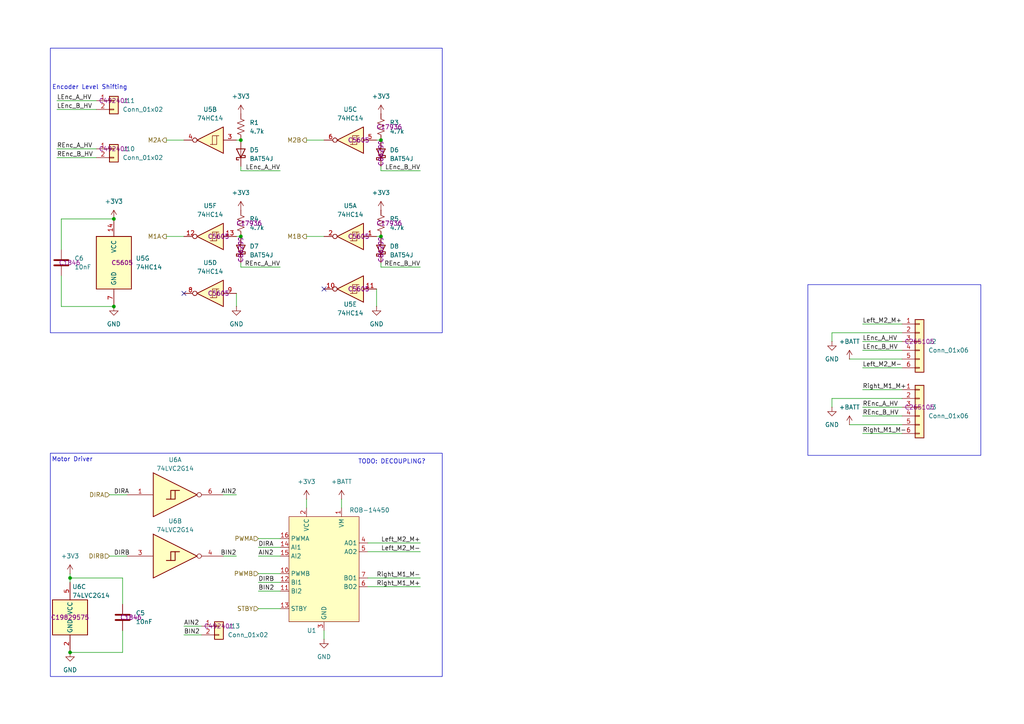
<source format=kicad_sch>
(kicad_sch (version 20250114) (generator "eeschema") (generator_version "9.0")
  (paper "A4")
  (lib_symbols
    (symbol "74xGxx:74LVC2G14"
      (property "Reference" "U" (at 0 7.62 0))
      (property "Value" "74LVC2G14" (at 2.54 -7.62 0))
      (symbol "74LVC2G14_1_1"
        (polyline (pts (xy -7.62 6.35) (xy -7.62 -6.35) (xy 5.08 0) (xy -7.62 6.35)) (stroke (width 0.254)) (fill (type background)))
        (polyline (pts (xy -3.81 -1.27) (xy -2.54 -1.27) (xy -2.54 1.27) (xy 0 1.27)) (stroke (width 0.254)) (fill (type background)))
        (polyline (pts (xy -2.54 -1.27) (xy -1.27 -1.27) (xy -1.27 1.27)) (stroke (width 0.254)) (fill (type background)))
        (pin input line (at -15.24 0 0) (length 7.62) (name "~") (number "1"))
        (pin output inverted (at 12.7 0 180) (length 7.62) (name "~") (number "6"))
      )
      (symbol "74LVC2G14_2_1"
        (polyline (pts (xy -7.62 6.35) (xy -7.62 -6.35) (xy 5.08 0) (xy -7.62 6.35)) (stroke (width 0.254)) (fill (type background)))
        (polyline (pts (xy -3.81 -1.27) (xy -2.54 -1.27) (xy -2.54 1.27) (xy 0 1.27)) (stroke (width 0.254)) (fill (type background)))
        (polyline (pts (xy -2.54 -1.27) (xy -1.27 -1.27) (xy -1.27 1.27)) (stroke (width 0.254)) (fill (type background)))
        (pin input line (at -15.24 0 0) (length 7.62) (name "~") (number "3"))
        (pin output inverted (at 12.7 0 180) (length 7.62) (name "~") (number "4"))
      )
      (symbol "74LVC2G14_3_0"
        (rectangle (start -5.08 -5.08) (end 5.08 5.08) (stroke (width 0.254)) (fill (type background)))
      )
      (symbol "74LVC2G14_3_1"
        (pin power_in line (at 0 10.16 270) (length 5.08) (name "VCC") (number "5"))
        (pin power_in line (at 0 -10.16 90) (length 5.08) (name "GND") (number "2"))
      )
    )
    (symbol "74xx:74HC14" (pin_names (offset 1.016))
      (property "Reference" "U" (at 0 1.27 0))
      (property "Value" "74HC14" (at 0 -1.27 0))
      (symbol "74HC14_1_0"
        (polyline (pts (xy -3.81 3.81) (xy -3.81 -3.81) (xy 3.81 0) (xy -3.81 3.81)) (stroke (width 0.254)) (fill (type background)))
        (pin input line (at -7.62 0 0) (length 3.81) (name "~") (number "1"))
        (pin output inverted (at 7.62 0 180) (length 3.81) (name "~") (number "2"))
      )
      (symbol "74HC14_1_1"
        (polyline (pts (xy -2.54 -1.27) (xy -0.635 -1.27) (xy -0.635 1.27) (xy 0 1.27)))
        (polyline (pts (xy -1.905 -1.27) (xy -1.905 1.27) (xy -0.635 1.27)))
      )
      (symbol "74HC14_2_0"
        (polyline (pts (xy -3.81 3.81) (xy -3.81 -3.81) (xy 3.81 0) (xy -3.81 3.81)) (stroke (width 0.254)) (fill (type background)))
        (pin input line (at -7.62 0 0) (length 3.81) (name "~") (number "3"))
        (pin output inverted (at 7.62 0 180) (length 3.81) (name "~") (number "4"))
      )
      (symbol "74HC14_2_1"
        (polyline (pts (xy -2.54 -1.27) (xy -0.635 -1.27) (xy -0.635 1.27) (xy 0 1.27)))
        (polyline (pts (xy -1.905 -1.27) (xy -1.905 1.27) (xy -0.635 1.27)))
      )
      (symbol "74HC14_3_0"
        (polyline (pts (xy -3.81 3.81) (xy -3.81 -3.81) (xy 3.81 0) (xy -3.81 3.81)) (stroke (width 0.254)) (fill (type background)))
        (pin input line (at -7.62 0 0) (length 3.81) (name "~") (number "5"))
        (pin output inverted (at 7.62 0 180) (length 3.81) (name "~") (number "6"))
      )
      (symbol "74HC14_3_1"
        (polyline (pts (xy -2.54 -1.27) (xy -0.635 -1.27) (xy -0.635 1.27) (xy 0 1.27)))
        (polyline (pts (xy -1.905 -1.27) (xy -1.905 1.27) (xy -0.635 1.27)))
      )
      (symbol "74HC14_4_0"
        (polyline (pts (xy -3.81 3.81) (xy -3.81 -3.81) (xy 3.81 0) (xy -3.81 3.81)) (stroke (width 0.254)) (fill (type background)))
        (pin input line (at -7.62 0 0) (length 3.81) (name "~") (number "9"))
        (pin output inverted (at 7.62 0 180) (length 3.81) (name "~") (number "8"))
      )
      (symbol "74HC14_4_1"
        (polyline (pts (xy -2.54 -1.27) (xy -0.635 -1.27) (xy -0.635 1.27) (xy 0 1.27)))
        (polyline (pts (xy -1.905 -1.27) (xy -1.905 1.27) (xy -0.635 1.27)))
      )
      (symbol "74HC14_5_0"
        (polyline (pts (xy -3.81 3.81) (xy -3.81 -3.81) (xy 3.81 0) (xy -3.81 3.81)) (stroke (width 0.254)) (fill (type background)))
        (pin input line (at -7.62 0 0) (length 3.81) (name "~") (number "11"))
        (pin output inverted (at 7.62 0 180) (length 3.81) (name "~") (number "10"))
      )
      (symbol "74HC14_5_1"
        (polyline (pts (xy -2.54 -1.27) (xy -0.635 -1.27) (xy -0.635 1.27) (xy 0 1.27)))
        (polyline (pts (xy -1.905 -1.27) (xy -1.905 1.27) (xy -0.635 1.27)))
      )
      (symbol "74HC14_6_0"
        (polyline (pts (xy -3.81 3.81) (xy -3.81 -3.81) (xy 3.81 0) (xy -3.81 3.81)) (stroke (width 0.254)) (fill (type background)))
        (pin input line (at -7.62 0 0) (length 3.81) (name "~") (number "13"))
        (pin output inverted (at 7.62 0 180) (length 3.81) (name "~") (number "12"))
      )
      (symbol "74HC14_6_1"
        (polyline (pts (xy -2.54 -1.27) (xy -0.635 -1.27) (xy -0.635 1.27) (xy 0 1.27)))
        (polyline (pts (xy -1.905 -1.27) (xy -1.905 1.27) (xy -0.635 1.27)))
      )
      (symbol "74HC14_7_0"
        (pin power_in line (at 0 12.7 270) (length 5.08) (name "VCC") (number "14"))
        (pin power_in line (at 0 -12.7 90) (length 5.08) (name "GND") (number "7"))
      )
      (symbol "74HC14_7_1"
        (rectangle (start -5.08 7.62) (end 5.08 -7.62) (stroke (width 0.254)) (fill (type background)))
      )
    )
    (symbol "Connector_Generic:Conn_01x02" (pin_names (offset 1.016) (hide yes))
      (property "Reference" "J" (at 0 2.54 0))
      (property "Value" "Conn_01x02" (at 0 -5.08 0))
      (symbol "Conn_01x02_1_1"
        (rectangle (start -1.27 1.27) (end 1.27 -3.81) (stroke (width 0.254)) (fill (type background)))
        (rectangle (start -1.27 0.127) (end 0 -0.127) (stroke (width 0.1524)))
        (rectangle (start -1.27 -2.413) (end 0 -2.667) (stroke (width 0.1524)))
        (pin passive line (at -5.08 0 0) (length 3.81) (name "Pin_1") (number "1"))
        (pin passive line (at -5.08 -2.54 0) (length 3.81) (name "Pin_2") (number "2"))
      )
    )
    (symbol "Connector_Generic:Conn_01x06" (pin_names (offset 1.016) (hide yes))
      (property "Reference" "J" (at 0 7.62 0))
      (property "Value" "Conn_01x06" (at 0 -10.16 0))
      (symbol "Conn_01x06_1_1"
        (rectangle (start -1.27 6.35) (end 1.27 -8.89) (stroke (width 0.254)) (fill (type background)))
        (rectangle (start -1.27 5.207) (end 0 4.953) (stroke (width 0.1524)))
        (rectangle (start -1.27 2.667) (end 0 2.413) (stroke (width 0.1524)))
        (rectangle (start -1.27 0.127) (end 0 -0.127) (stroke (width 0.1524)))
        (rectangle (start -1.27 -2.413) (end 0 -2.667) (stroke (width 0.1524)))
        (rectangle (start -1.27 -4.953) (end 0 -5.207) (stroke (width 0.1524)))
        (rectangle (start -1.27 -7.493) (end 0 -7.747) (stroke (width 0.1524)))
        (pin passive line (at -5.08 5.08 0) (length 3.81) (name "Pin_1") (number "1"))
        (pin passive line (at -5.08 2.54 0) (length 3.81) (name "Pin_2") (number "2"))
        (pin passive line (at -5.08 0 0) (length 3.81) (name "Pin_3") (number "3"))
        (pin passive line (at -5.08 -2.54 0) (length 3.81) (name "Pin_4") (number "4"))
        (pin passive line (at -5.08 -5.08 0) (length 3.81) (name "Pin_5") (number "5"))
        (pin passive line (at -5.08 -7.62 0) (length 3.81) (name "Pin_6") (number "6"))
      )
    )
    (symbol "Device:C" (pin_numbers (hide yes)) (pin_names (offset 0.254))
      (property "Reference" "C" (at 0.635 2.54 0))
      (property "Value" "C" (at 0.635 -2.54 0))
      (symbol "C_0_1"
        (polyline (pts (xy -2.032 0.762) (xy 2.032 0.762)) (stroke (width 0.508)))
        (polyline (pts (xy -2.032 -0.762) (xy 2.032 -0.762)) (stroke (width 0.508)))
      )
      (symbol "C_1_1"
        (pin passive line (at 0 3.81 270) (length 2.794) (name "~") (number "1"))
        (pin passive line (at 0 -3.81 90) (length 2.794) (name "~") (number "2"))
      )
    )
    (symbol "Device:R_US" (pin_numbers (hide yes)) (pin_names (offset 0))
      (property "Reference" "R" (at 2.54 0 90))
      (property "Value" "R_US" (at -2.54 0 90))
      (symbol "R_US_0_1"
        (polyline (pts (xy 0 2.286) (xy 0 2.54)))
        (polyline (pts (xy 0 2.286) (xy 1.016 1.905) (xy 0 1.524) (xy -1.016 1.143) (xy 0 0.762)))
        (polyline (pts (xy 0 0.762) (xy 1.016 0.381) (xy 0 0) (xy -1.016 -0.381) (xy 0 -0.762)))
        (polyline (pts (xy 0 -0.762) (xy 1.016 -1.143) (xy 0 -1.524) (xy -1.016 -1.905) (xy 0 -2.286)))
        (polyline (pts (xy 0 -2.286) (xy 0 -2.54)))
      )
      (symbol "R_US_1_1"
        (pin passive line (at 0 3.81 270) (length 1.27) (name "~") (number "1"))
        (pin passive line (at 0 -3.81 90) (length 1.27) (name "~") (number "2"))
      )
    )
    (symbol "Diode:BAT54J" (pin_numbers (hide yes)) (pin_names (offset 1.016) (hide yes))
      (property "Reference" "D" (at 0 2.54 0))
      (property "Value" "BAT54J" (at 0 -2.54 0))
      (symbol "BAT54J_0_1"
        (polyline (pts (xy -1.905 0.635) (xy -1.905 1.27) (xy -1.27 1.27) (xy -1.27 -1.27) (xy -0.635 -1.27) (xy -0.635 -0.635)) (stroke (width 0.254)))
        (polyline (pts (xy 1.27 1.27) (xy 1.27 -1.27) (xy -1.27 0) (xy 1.27 1.27)) (stroke (width 0.254)))
        (polyline (pts (xy 1.27 0) (xy -1.27 0)))
      )
      (symbol "BAT54J_1_1"
        (pin passive line (at -3.81 0 0) (length 2.54) (name "K") (number "1"))
        (pin passive line (at 3.81 0 180) (length 2.54) (name "A") (number "2"))
      )
    )
    (symbol "MiscBreakouts:ROB-14450"
      (property "Reference" "U" (at 0 17.018 0))
      (property "Value" "ROB-14450" (at 13.462 17.018 0))
      (symbol "ROB-14450_1_1"
        (rectangle (start -10.16 15.24) (end 10.16 -15.24) (fill (type background)))
        (pin output line (at -12.7 7.62 0) (length 2.54) (name "AO1") (number "4"))
        (pin output line (at -12.7 5.08 0) (length 2.54) (name "AO2") (number "5"))
        (pin output line (at -12.7 -2.54 0) (length 2.54) (name "BO1") (number "7"))
        (pin output line (at -12.7 -5.08 0) (length 2.54) (name "BO2") (number "6"))
        (pin power_in line (at -5.08 17.78 270) (length 2.54) (name "VM") (number "1"))
        (pin power_in line (at 0 -17.78 90) (length 2.54) (name "GND") (number "3"))
        (pin power_in line (at 0 -17.78 90) (length 2.54) (hide yes) (name "GND") (number "8"))
        (pin power_in line (at 0 -17.78 90) (length 2.54) (hide yes) (name "GND") (number "9"))
        (pin power_in line (at 5.08 17.78 270) (length 2.54) (name "VCC") (number "2"))
        (pin input line (at 12.7 8.89 180) (length 2.54) (name "PWMA") (number "16"))
        (pin input line (at 12.7 6.35 180) (length 2.54) (name "AI1") (number "14"))
        (pin input line (at 12.7 3.81 180) (length 2.54) (name "AI2") (number "15"))
        (pin input line (at 12.7 -1.27 180) (length 2.54) (name "PWMB") (number "10"))
        (pin input line (at 12.7 -3.81 180) (length 2.54) (name "BI1") (number "12"))
        (pin input line (at 12.7 -6.35 180) (length 2.54) (name "BI2") (number "11"))
        (pin input line (at 12.7 -11.43 180) (length 2.54) (name "STBY") (number "13"))
      )
    )
    (symbol "power:+3V3" (power) (pin_numbers (hide yes)) (pin_names (offset 0) (hide yes))
      (property "Value" "+3V3" (at 0 3.556 0))
      (symbol "+3V3_0_1"
        (polyline (pts (xy -0.762 1.27) (xy 0 2.54)))
        (polyline (pts (xy 0 2.54) (xy 0.762 1.27)))
        (polyline (pts (xy 0 0) (xy 0 2.54)))
      )
      (symbol "+3V3_1_1"
        (pin power_in line (at 0 0 90) (length 0) (name "~") (number "1"))
      )
    )
    (symbol "power:+BATT" (power) (pin_numbers (hide yes)) (pin_names (offset 0) (hide yes))
      (property "Value" "+BATT" (at 0 3.556 0))
      (symbol "+BATT_0_1"
        (polyline (pts (xy -0.762 1.27) (xy 0 2.54)))
        (polyline (pts (xy 0 2.54) (xy 0.762 1.27)))
        (polyline (pts (xy 0 0) (xy 0 2.54)))
      )
      (symbol "+BATT_1_1"
        (pin power_in line (at 0 0 90) (length 0) (name "~") (number "1"))
      )
    )
    (symbol "power:GND" (power) (pin_numbers (hide yes)) (pin_names (offset 0) (hide yes))
      (property "Value" "GND" (at 0 -3.81 0))
      (symbol "GND_0_1"
        (polyline (pts (xy 0 0) (xy 0 -1.27) (xy 1.27 -1.27) (xy 0 -2.54) (xy -1.27 -1.27) (xy 0 -1.27)))
      )
      (symbol "GND_1_1"
        (pin power_in line (at 0 0 270) (length 0) (name "~") (number "1"))
      )
    )
  )
  (rectangle (start 14.605 13.97) (end 128.27 96.52))
  (rectangle (start 234.315 82.55) (end 284.48 132.08))
  (rectangle (start 14.605 131.445) (end 128.27 196.215))
  (text "Encoder Level Shifting" (at 26.035 25.4 0) (effects (font (size 1.27 1.27))))
  (text "TODO: DECOUPLING?" (at 113.665 133.985 0) (effects (font (size 1.27 1.27))))
  (text "Motor Driver" (at 20.955 133.35 0) (effects (font (size 1.27 1.27))))
  (junction (at 33.02 63.5))
  (junction (at 110.49 68.58))
  (junction (at 20.32 167.64))
  (junction (at 69.85 68.58))
  (junction (at 110.49 40.64))
  (junction (at 33.02 88.9))
  (junction (at 20.32 189.23))
  (junction (at 69.85 40.64))
  (no_connect (at 53.34 85.09))
  (no_connect (at 93.98 83.82))
  (wire (pts (xy 31.75 161.29) (xy 36.83 161.29)))
  (wire (pts (xy 16.51 31.75) (xy 27.94 31.75)))
  (wire (pts (xy 250.19 125.73) (xy 261.62 125.73)))
  (wire (pts (xy 93.98 185.42) (xy 93.98 182.88)))
  (wire (pts (xy 241.3 115.57) (xy 241.3 118.11)))
  (wire (pts (xy 17.78 88.9) (xy 33.02 88.9)))
  (wire (pts (xy 35.56 167.64) (xy 35.56 175.26)))
  (wire (pts (xy 106.68 170.18) (xy 121.92 170.18)))
  (wire (pts (xy 110.49 49.53) (xy 110.49 48.26)))
  (wire (pts (xy 16.51 43.18) (xy 27.94 43.18)))
  (wire (pts (xy 48.26 40.64) (xy 53.34 40.64)))
  (wire (pts (xy 53.34 184.15) (xy 58.42 184.15)))
  (wire (pts (xy 16.51 29.21) (xy 27.94 29.21)))
  (wire (pts (xy 20.32 166.37) (xy 20.32 167.64)))
  (wire (pts (xy 106.68 160.02) (xy 121.92 160.02)))
  (wire (pts (xy 110.49 77.47) (xy 121.92 77.47)))
  (wire (pts (xy 88.9 144.78) (xy 88.9 147.32)))
  (wire (pts (xy 33.02 63.5) (xy 17.78 63.5)))
  (wire (pts (xy 69.85 49.53) (xy 69.85 48.26)))
  (wire (pts (xy 250.19 113.03) (xy 261.62 113.03)))
  (wire (pts (xy 246.38 104.14) (xy 261.62 104.14)))
  (wire (pts (xy 69.85 77.47) (xy 81.28 77.47)))
  (wire (pts (xy 261.62 96.52) (xy 241.3 96.52)))
  (wire (pts (xy 250.19 99.06) (xy 261.62 99.06)))
  (wire (pts (xy 17.78 80.01) (xy 17.78 88.9)))
  (wire (pts (xy 106.68 167.64) (xy 121.92 167.64)))
  (wire (pts (xy 250.19 118.11) (xy 261.62 118.11)))
  (wire (pts (xy 88.9 40.64) (xy 93.98 40.64)))
  (wire (pts (xy 261.62 115.57) (xy 241.3 115.57)))
  (wire (pts (xy 68.58 40.64) (xy 69.85 40.64)))
  (wire (pts (xy 69.85 77.47) (xy 69.85 76.2)))
  (wire (pts (xy 20.32 167.64) (xy 20.32 168.91)))
  (wire (pts (xy 64.77 143.51) (xy 68.58 143.51)))
  (wire (pts (xy 68.58 88.9) (xy 68.58 85.09)))
  (wire (pts (xy 109.22 88.9) (xy 109.22 83.82)))
  (wire (pts (xy 16.51 45.72) (xy 27.94 45.72)))
  (wire (pts (xy 109.22 40.64) (xy 110.49 40.64)))
  (wire (pts (xy 250.19 93.98) (xy 261.62 93.98)))
  (wire (pts (xy 31.75 143.51) (xy 36.83 143.51)))
  (wire (pts (xy 74.93 161.29) (xy 81.28 161.29)))
  (wire (pts (xy 64.77 161.29) (xy 68.58 161.29)))
  (wire (pts (xy 74.93 166.37) (xy 81.28 166.37)))
  (wire (pts (xy 20.32 189.23) (xy 35.56 189.23)))
  (wire (pts (xy 250.19 106.68) (xy 261.62 106.68)))
  (wire (pts (xy 110.49 49.53) (xy 121.92 49.53)))
  (wire (pts (xy 48.26 68.58) (xy 53.34 68.58)))
  (wire (pts (xy 106.68 157.48) (xy 121.92 157.48)))
  (wire (pts (xy 110.49 77.47) (xy 110.49 76.2)))
  (wire (pts (xy 74.93 168.91) (xy 81.28 168.91)))
  (wire (pts (xy 20.32 167.64) (xy 35.56 167.64)))
  (wire (pts (xy 53.34 181.61) (xy 58.42 181.61)))
  (wire (pts (xy 68.58 68.58) (xy 69.85 68.58)))
  (wire (pts (xy 246.38 123.19) (xy 261.62 123.19)))
  (wire (pts (xy 88.9 68.58) (xy 93.98 68.58)))
  (wire (pts (xy 99.06 144.78) (xy 99.06 147.32)))
  (wire (pts (xy 74.93 171.45) (xy 81.28 171.45)))
  (wire (pts (xy 74.93 176.53) (xy 81.28 176.53)))
  (wire (pts (xy 241.3 96.52) (xy 241.3 99.06)))
  (wire (pts (xy 109.22 68.58) (xy 110.49 68.58)))
  (wire (pts (xy 35.56 189.23) (xy 35.56 182.88)))
  (wire (pts (xy 74.93 156.21) (xy 81.28 156.21)))
  (wire (pts (xy 17.78 63.5) (xy 17.78 72.39)))
  (wire (pts (xy 81.28 158.75) (xy 74.93 158.75)))
  (wire (pts (xy 250.19 120.65) (xy 261.62 120.65)))
  (wire (pts (xy 69.85 49.53) (xy 81.28 49.53)))
  (wire (pts (xy 250.19 101.6) (xy 261.62 101.6)))
  (label "Left_M2_M+" (at 121.92 157.48 180))
  (label "Left_M2_M-" (at 121.92 160.02 180))
  (label "REnc_A_HV" (at 250.19 118.11 0))
  (label "Right_M1_M-" (at 250.19 125.73 0))
  (label "LEnc_A_HV" (at 81.28 49.53 180))
  (label "REnc_A_HV" (at 16.51 43.18 0))
  (label "Right_M1_M+" (at 121.92 170.18 180))
  (label "BIN2" (at 68.58 161.29 180))
  (label "LEnc_B_HV" (at 16.51 31.75 0))
  (label "REnc_B_HV" (at 250.19 120.65 0))
  (label "AIN2" (at 74.93 161.29 0))
  (label "BIN2" (at 53.34 184.15 0))
  (label "Right_M1_M-" (at 121.92 167.64 180))
  (label "LEnc_A_HV" (at 250.19 99.06 0))
  (label "BIN2" (at 74.93 171.45 0))
  (label "LEnc_B_HV" (at 250.19 101.6 0))
  (label "AIN2" (at 68.58 143.51 180))
  (label "DIRA" (at 74.93 158.75 0))
  (label "LEnc_B_HV" (at 121.92 49.53 180))
  (label "AIN2" (at 53.34 181.61 0))
  (label "DIRA" (at 33.02 143.51 0))
  (label "DIRB" (at 33.02 161.29 0))
  (label "Left_M2_M+" (at 250.19 93.98 0))
  (label "Left_M2_M-" (at 250.19 106.68 0))
  (label "REnc_B_HV" (at 16.51 45.72 0))
  (label "Right_M1_M+" (at 250.19 113.03 0))
  (label "REnc_B_HV" (at 121.92 77.47 180))
  (label "REnc_A_HV" (at 81.28 77.47 180))
  (label "LEnc_A_HV" (at 16.51 29.21 0))
  (label "DIRB" (at 74.93 168.91 0))
  (hierarchical_label "M2A" (shape output) (at 48.26 40.64 180))
  (hierarchical_label "M1B" (shape output) (at 88.9 68.58 180))
  (hierarchical_label "DIRB" (shape input) (at 31.75 161.29 180))
  (hierarchical_label "DIRA" (shape input) (at 31.75 143.51 180))
  (hierarchical_label "STBY" (shape input) (at 74.93 176.53 180))
  (hierarchical_label "M2B" (shape output) (at 88.9 40.64 180))
  (hierarchical_label "PWMA" (shape input) (at 74.93 156.21 180))
  (hierarchical_label "PWMB" (shape input) (at 74.93 166.37 180))
  (hierarchical_label "M1A" (shape output) (at 48.26 68.58 180))
  (symbol (lib_id "Connector_Generic:Conn_01x06") (at 266.7 99.06 0) (unit 1)
    (property "Reference" "J2" (at 269.24 99.0599 0) (effects (justify left)))
    (property "Value" "Conn_01x06" (at 269.24 101.5999 0) (effects (justify left)))
    (property "Footprint" "Connector_JST:JST_PH_S6B-PH-K_1x06_P2.00mm_Horizontal" (effects (hide yes)))
    (property "Description" "Generic connector, single row, 01x06, script generated (kicad-library-utils/schlib/autogen/connector/)" (effects (hide yes)))
    (property "JLC P/N" "C265105" (at 266.7 99.06 0))
  )
  (symbol (lib_id "Diode:BAT54J") (at 69.85 72.39 90) (unit 1)
    (property "Reference" "D7" (at 72.39 71.4374 90) (effects (justify right)))
    (property "Value" "BAT54J" (at 72.39 73.9774 90) (effects (justify right)))
    (property "Footprint" "Diode_SMD:D_SOD-323F" (effects (hide yes)))
    (property "Datasheet" "https://assets.nexperia.com/documents/data-sheet/BAT54J.pdf" (effects (hide yes)))
    (property "Description" "30V 200mA Schottky diode, SOD-323F" (effects (hide yes)))
    (property "JLC P/N" "C86299" (at 69.85 72.39 0))
  )
  (symbol (lib_id "74xx:74HC14") (at 60.96 85.09 180) (unit 4)
    (property "Reference" "U5" (at 60.96 76.2 0))
    (property "Value" "74HC14" (at 60.96 78.74 0))
    (property "Footprint" "Package_SO:SOIC-14_3.9x8.7mm_P1.27mm" (effects (hide yes)))
    (property "Datasheet" "http://www.ti.com/lit/gpn/sn74HC14" (effects (hide yes)))
    (property "Description" "Hex inverter schmitt trigger" (effects (hide yes)))
    (property "JLC P/N" "     C5605" (at 60.96 85.09 0))
  )
  (symbol (lib_id "74xGxx:74LVC2G14") (at 52.07 161.29 0) (unit 2)
    (property "Reference" "U6" (at 50.8 151.13 0))
    (property "Value" "74LVC2G14" (at 50.8 153.67 0))
    (property "Footprint" "Package_TO_SOT_SMD:SOT-363_SC-70-6" (effects (hide yes)))
    (property "Datasheet" "https://www.ti.com/lit/ds/symlink/sn74lvc2g14.pdf" (effects (hide yes)))
    (property "Description" "Dual NOT Gate, Schmitt Triggered, Low-Voltage CMOS" (effects (hide yes)))
    (property "JLC P/N" "C19829575" (effects (hide yes)))
  )
  (symbol (lib_id "74xx:74HC14") (at 101.6 68.58 180) (unit 1)
    (property "Reference" "U5" (at 101.6 59.69 0))
    (property "Value" "74HC14" (at 101.6 62.23 0))
    (property "Footprint" "Package_SO:SOIC-14_3.9x8.7mm_P1.27mm" (effects (hide yes)))
    (property "Datasheet" "http://www.ti.com/lit/gpn/sn74HC14" (effects (hide yes)))
    (property "Description" "Hex inverter schmitt trigger" (effects (hide yes)))
    (property "JLC P/N" "     C5605" (at 101.6 68.58 0))
  )
  (symbol (lib_id "Diode:BAT54J") (at 110.49 44.45 90) (unit 1)
    (property "Reference" "D6" (at 113.03 43.4974 90) (effects (justify right)))
    (property "Value" "BAT54J" (at 113.03 46.0374 90) (effects (justify right)))
    (property "Footprint" "Diode_SMD:D_SOD-323F" (effects (hide yes)))
    (property "Datasheet" "https://assets.nexperia.com/documents/data-sheet/BAT54J.pdf" (effects (hide yes)))
    (property "Description" "30V 200mA Schottky diode, SOD-323F" (effects (hide yes)))
    (property "JLC P/N" "C86299" (at 110.49 44.45 0))
  )
  (symbol (lib_id "power:GND") (at 241.3 99.06 0) (unit 1)
    (property "Reference" "#PWR07" (effects (hide yes)))
    (property "Value" "GND" (at 241.3 104.14 0))
    (property "Description" "Power symbol creates a global label with name \"GND\" , ground" (effects (hide yes)))
  )
  (symbol (lib_id "power:+BATT") (at 99.06 144.78 0) (unit 1)
    (property "Reference" "#PWR05" (effects (hide yes)))
    (property "Value" "+BATT" (at 99.06 139.7 0))
    (property "Description" "Power symbol creates a global label with name \"+BATT\"" (effects (hide yes)))
  )
  (symbol (lib_id "Connector_Generic:Conn_01x02") (at 33.02 29.21 0) (unit 1)
    (property "Reference" "J11" (at 35.56 29.2099 0) (effects (justify left)))
    (property "Value" "Conn_01x02" (at 35.56 31.7499 0) (effects (justify left)))
    (property "Footprint" "Connector_PinHeader_2.54mm:PinHeader_1x02_P2.54mm_Vertical" (effects (hide yes)))
    (property "Description" "Generic connector, single row, 01x02, script generated (kicad-library-utils/schlib/autogen/connector/)" (effects (hide yes)))
    (property "JLC P/N" "C492401" (at 33.02 29.21 0))
  )
  (symbol (lib_id "power:+3V3") (at 69.85 60.96 0) (unit 1)
    (property "Reference" "#PWR035" (effects (hide yes)))
    (property "Value" "+3V3" (at 69.85 55.88 0))
    (property "Description" "Power symbol creates a global label with name \"+3V3\"" (effects (hide yes)))
  )
  (symbol (lib_id "74xx:74HC14") (at 101.6 83.82 180) (unit 5)
    (property "Reference" "U5" (at 101.6 88.265 0))
    (property "Value" "74HC14" (at 101.6 90.805 0))
    (property "Footprint" "Package_SO:SOIC-14_3.9x8.7mm_P1.27mm" (effects (hide yes)))
    (property "Datasheet" "http://www.ti.com/lit/gpn/sn74HC14" (effects (hide yes)))
    (property "Description" "Hex inverter schmitt trigger" (effects (hide yes)))
    (property "JLC P/N" "     C5605" (at 101.6 83.82 0))
  )
  (symbol (lib_id "power:+3V3") (at 20.32 166.37 0) (unit 1)
    (property "Reference" "#PWR029" (effects (hide yes)))
    (property "Value" "+3V3" (at 20.32 161.29 0))
    (property "Description" "Power symbol creates a global label with name \"+3V3\"" (effects (hide yes)))
  )
  (symbol (lib_id "74xx:74HC14") (at 33.02 76.2 0) (unit 7)
    (property "Reference" "U5" (at 39.37 74.9299 0) (effects (justify left)))
    (property "Value" "74HC14" (at 39.37 77.4699 0) (effects (justify left)))
    (property "Footprint" "Package_SO:SOIC-14_3.9x8.7mm_P1.27mm" (effects (hide yes)))
    (property "Datasheet" "http://www.ti.com/lit/gpn/sn74HC14" (effects (hide yes)))
    (property "Description" "Hex inverter schmitt trigger" (effects (hide yes)))
    (property "JLC P/N" "     C5605" (at 33.02 76.2 0))
  )
  (symbol (lib_id "power:GND") (at 68.58 88.9 0) (unit 1)
    (property "Reference" "#PWR012" (effects (hide yes)))
    (property "Value" "GND" (at 68.58 93.98 0))
    (property "Description" "Power symbol creates a global label with name \"GND\" , ground" (effects (hide yes)))
  )
  (symbol (lib_id "MiscBreakouts:ROB-14450") (at 93.98 165.1 0) (mirror y) (unit 1)
    (property "Reference" "U1" (at 91.7859 182.88 0) (effects (justify left)))
    (property "Value" "ROB-14450" (at 113.03 147.955 0) (effects (justify left)))
    (property "Footprint" "Custom:ROB-14451" (effects (hide yes)))
  )
  (symbol (lib_id "Device:R_US") (at 110.49 36.83 180) (unit 1)
    (property "Reference" "R3" (at 113.03 35.5599 0) (effects (justify right)))
    (property "Value" "4.7k" (at 113.03 38.0999 0) (effects (justify right)))
    (property "Footprint" "Resistor_SMD:R_1206_3216Metric" (effects (hide yes)))
    (property "Description" "Resistor, US symbol" (effects (hide yes)))
    (property "JLC P/N" "     C17936" (at 110.49 36.83 0))
  )
  (symbol (lib_id "Connector_Generic:Conn_01x02") (at 63.5 181.61 0) (unit 1)
    (property "Reference" "J13" (at 66.04 181.6099 0) (effects (justify left)))
    (property "Value" "Conn_01x02" (at 66.04 184.1499 0) (effects (justify left)))
    (property "Footprint" "Connector_PinHeader_2.54mm:PinHeader_1x02_P2.54mm_Vertical" (effects (hide yes)))
    (property "Description" "Generic connector, single row, 01x02, script generated (kicad-library-utils/schlib/autogen/connector/)" (effects (hide yes)))
    (property "JLC P/N" "C492401" (at 63.5 181.61 0))
  )
  (symbol (lib_id "power:+3V3") (at 110.49 60.96 0) (unit 1)
    (property "Reference" "#PWR037" (effects (hide yes)))
    (property "Value" "+3V3" (at 110.49 55.88 0))
    (property "Description" "Power symbol creates a global label with name \"+3V3\"" (effects (hide yes)))
  )
  (symbol (lib_id "Connector_Generic:Conn_01x02") (at 33.02 43.18 0) (unit 1)
    (property "Reference" "J10" (at 35.56 43.1799 0) (effects (justify left)))
    (property "Value" "Conn_01x02" (at 35.56 45.7199 0) (effects (justify left)))
    (property "Footprint" "Connector_PinHeader_2.54mm:PinHeader_1x02_P2.54mm_Vertical" (effects (hide yes)))
    (property "Description" "Generic connector, single row, 01x02, script generated (kicad-library-utils/schlib/autogen/connector/)" (effects (hide yes)))
    (property "JLC P/N" "C492401" (at 33.02 43.18 0))
  )
  (symbol (lib_id "power:GND") (at 109.22 88.9 0) (unit 1)
    (property "Reference" "#PWR013" (effects (hide yes)))
    (property "Value" "GND" (at 109.22 93.98 0))
    (property "Description" "Power symbol creates a global label with name \"GND\" , ground" (effects (hide yes)))
  )
  (symbol (lib_id "Device:R_US") (at 110.49 64.77 180) (unit 1)
    (property "Reference" "R5" (at 113.03 63.4999 0) (effects (justify right)))
    (property "Value" "4.7k" (at 113.03 66.0399 0) (effects (justify right)))
    (property "Footprint" "Resistor_SMD:R_1206_3216Metric" (effects (hide yes)))
    (property "Description" "Resistor, US symbol" (effects (hide yes)))
    (property "JLC P/N" "     C17936" (at 110.49 64.77 0))
  )
  (symbol (lib_id "power:+BATT") (at 246.38 123.19 0) (unit 1)
    (property "Reference" "#PWR010" (effects (hide yes)))
    (property "Value" "+BATT" (at 246.38 118.11 0))
    (property "Description" "Power symbol creates a global label with name \"+BATT\"" (effects (hide yes)))
  )
  (symbol (lib_id "power:+3V3") (at 69.85 33.02 0) (unit 1)
    (property "Reference" "#PWR031" (effects (hide yes)))
    (property "Value" "+3V3" (at 69.85 27.94 0))
    (property "Description" "Power symbol creates a global label with name \"+3V3\"" (effects (hide yes)))
  )
  (symbol (lib_id "power:GND") (at 20.32 189.23 0) (unit 1)
    (property "Reference" "#PWR028" (effects (hide yes)))
    (property "Value" "GND" (at 20.32 194.31 0))
    (property "Description" "Power symbol creates a global label with name \"GND\" , ground" (effects (hide yes)))
  )
  (symbol (lib_id "power:GND") (at 93.98 185.42 0) (unit 1)
    (property "Reference" "#PWR01" (effects (hide yes)))
    (property "Value" "GND" (at 93.98 190.5 0))
    (property "Description" "Power symbol creates a global label with name \"GND\" , ground" (effects (hide yes)))
  )
  (symbol (lib_id "power:+3V3") (at 110.49 33.02 0) (unit 1)
    (property "Reference" "#PWR033" (effects (hide yes)))
    (property "Value" "+3V3" (at 110.49 27.94 0))
    (property "Description" "Power symbol creates a global label with name \"+3V3\"" (effects (hide yes)))
  )
  (symbol (lib_id "power:+3V3") (at 88.9 144.78 0) (unit 1)
    (property "Reference" "#PWR022" (effects (hide yes)))
    (property "Value" "+3V3" (at 88.9 139.7 0))
    (property "Description" "Power symbol creates a global label with name \"+3V3\"" (effects (hide yes)))
  )
  (symbol (lib_id "Device:R_US") (at 69.85 36.83 180) (unit 1)
    (property "Reference" "R1" (at 72.39 35.5599 0) (effects (justify right)))
    (property "Value" "4.7k" (at 72.39 38.0999 0) (effects (justify right)))
    (property "Footprint" "Resistor_SMD:R_1206_3216Metric" (effects (hide yes)))
    (property "Description" "Resistor, US symbol" (effects (hide yes)))
    (property "JLC P/N" "     C17936" (effects (hide yes)))
  )
  (symbol (lib_id "power:+BATT") (at 246.38 104.14 0) (unit 1)
    (property "Reference" "#PWR08" (effects (hide yes)))
    (property "Value" "+BATT" (at 246.38 99.06 0))
    (property "Description" "Power symbol creates a global label with name \"+BATT\"" (effects (hide yes)))
  )
  (symbol (lib_id "power:GND") (at 33.02 88.9 0) (unit 1)
    (property "Reference" "#PWR014" (effects (hide yes)))
    (property "Value" "GND" (at 33.02 93.98 0))
    (property "Description" "Power symbol creates a global label with name \"GND\" , ground" (effects (hide yes)))
  )
  (symbol (lib_id "Device:R_US") (at 69.85 64.77 180) (unit 1)
    (property "Reference" "R4" (at 72.39 63.4999 0) (effects (justify right)))
    (property "Value" "4.7k" (at 72.39 66.0399 0) (effects (justify right)))
    (property "Footprint" "Resistor_SMD:R_1206_3216Metric" (effects (hide yes)))
    (property "Description" "Resistor, US symbol" (effects (hide yes)))
    (property "JLC P/N" "     C17936" (at 69.85 64.77 0))
  )
  (symbol (lib_id "74xGxx:74LVC2G14") (at 52.07 143.51 0) (unit 1)
    (property "Reference" "U6" (at 50.8 133.35 0))
    (property "Value" "74LVC2G14" (at 50.8 135.89 0))
    (property "Footprint" "Package_TO_SOT_SMD:SOT-363_SC-70-6" (effects (hide yes)))
    (property "Datasheet" "https://www.ti.com/lit/ds/symlink/sn74lvc2g14.pdf" (effects (hide yes)))
    (property "Description" "Dual NOT Gate, Schmitt Triggered, Low-Voltage CMOS" (effects (hide yes)))
    (property "JLC P/N" "C19829575" (effects (hide yes)))
  )
  (symbol (lib_id "power:GND") (at 241.3 118.11 0) (unit 1)
    (property "Reference" "#PWR09" (effects (hide yes)))
    (property "Value" "GND" (at 241.3 123.19 0))
    (property "Description" "Power symbol creates a global label with name \"GND\" , ground" (effects (hide yes)))
  )
  (symbol (lib_id "74xx:74HC14") (at 60.96 68.58 180) (unit 6)
    (property "Reference" "U5" (at 60.96 59.69 0))
    (property "Value" "74HC14" (at 60.96 62.23 0))
    (property "Footprint" "Package_SO:SOIC-14_3.9x8.7mm_P1.27mm" (effects (hide yes)))
    (property "Datasheet" "http://www.ti.com/lit/gpn/sn74HC14" (effects (hide yes)))
    (property "Description" "Hex inverter schmitt trigger" (effects (hide yes)))
    (property "JLC P/N" "     C5605" (at 60.96 68.58 0))
  )
  (symbol (lib_id "Device:C") (at 17.78 76.2 0) (unit 1)
    (property "Reference" "C6" (at 21.59 74.9299 0) (effects (justify left)))
    (property "Value" "10nF" (at 21.59 77.4699 0) (effects (justify left)))
    (property "Footprint" "Capacitor_SMD:C_1206_3216Metric" (effects (hide yes)))
    (property "Description" "Unpolarized capacitor" (effects (hide yes)))
    (property "JLC P/N" "     C1846" (at 17.78 76.2 0))
  )
  (symbol (lib_id "74xGxx:74LVC2G14") (at 20.32 179.07 0) (unit 3)
    (property "Reference" "U6" (at 20.955 170.18 0) (effects (justify left)))
    (property "Value" "74LVC2G14" (at 20.955 172.72 0) (effects (justify left)))
    (property "Footprint" "Package_TO_SOT_SMD:SOT-363_SC-70-6" (effects (hide yes)))
    (property "Datasheet" "https://www.ti.com/lit/ds/symlink/sn74lvc2g14.pdf" (effects (hide yes)))
    (property "Description" "Dual NOT Gate, Schmitt Triggered, Low-Voltage CMOS" (effects (hide yes)))
    (property "JLC P/N" "C19829575" (at 20.32 179.07 0))
  )
  (symbol (lib_id "Diode:BAT54J") (at 110.49 72.39 90) (unit 1)
    (property "Reference" "D8" (at 113.03 71.4374 90) (effects (justify right)))
    (property "Value" "BAT54J" (at 113.03 73.9774 90) (effects (justify right)))
    (property "Footprint" "Diode_SMD:D_SOD-323F" (effects (hide yes)))
    (property "Datasheet" "https://assets.nexperia.com/documents/data-sheet/BAT54J.pdf" (effects (hide yes)))
    (property "Description" "30V 200mA Schottky diode, SOD-323F" (effects (hide yes)))
    (property "JLC P/N" "C86299" (at 110.49 72.39 0))
  )
  (symbol (lib_id "Diode:BAT54J") (at 69.85 44.45 90) (unit 1)
    (property "Reference" "D5" (at 72.39 43.4974 90) (effects (justify right)))
    (property "Value" "BAT54J" (at 72.39 46.0374 90) (effects (justify right)))
    (property "Footprint" "Diode_SMD:D_SOD-323F" (effects (hide yes)))
    (property "Datasheet" "https://assets.nexperia.com/documents/data-sheet/BAT54J.pdf" (effects (hide yes)))
    (property "Description" "30V 200mA Schottky diode, SOD-323F" (effects (hide yes)))
    (property "JLC P/N" "C86299" (effects (hide yes)))
  )
  (symbol (lib_id "power:+3V3") (at 33.02 63.5 0) (unit 1)
    (property "Reference" "#PWR015" (effects (hide yes)))
    (property "Value" "+3V3" (at 33.02 58.42 0))
    (property "Description" "Power symbol creates a global label with name \"+3V3\"" (effects (hide yes)))
  )
  (symbol (lib_id "Connector_Generic:Conn_01x06") (at 266.7 118.11 0) (unit 1)
    (property "Reference" "J3" (at 269.24 118.1099 0) (effects (justify left)))
    (property "Value" "Conn_01x06" (at 269.24 120.6499 0) (effects (justify left)))
    (property "Footprint" "Connector_JST:JST_PH_S6B-PH-K_1x06_P2.00mm_Horizontal" (effects (hide yes)))
    (property "Description" "Generic connector, single row, 01x06, script generated (kicad-library-utils/schlib/autogen/connector/)" (effects (hide yes)))
    (property "JLC P/N" "C265105" (at 266.7 118.11 0))
  )
  (symbol (lib_id "74xx:74HC14") (at 60.96 40.64 180) (unit 2)
    (property "Reference" "U5" (at 60.96 31.75 0))
    (property "Value" "74HC14" (at 60.96 34.29 0))
    (property "Footprint" "Package_SO:SOIC-14_3.9x8.7mm_P1.27mm" (effects (hide yes)))
    (property "Datasheet" "http://www.ti.com/lit/gpn/sn74HC14" (effects (hide yes)))
    (property "Description" "Hex inverter schmitt trigger" (effects (hide yes)))
    (property "JLC P/N" "     C5605" (effects (hide yes)))
  )
  (symbol (lib_id "Device:C") (at 35.56 179.07 0) (unit 1)
    (property "Reference" "C5" (at 39.37 177.7999 0) (effects (justify left)))
    (property "Value" "10nF" (at 39.37 180.3399 0) (effects (justify left)))
    (property "Footprint" "Capacitor_SMD:C_1206_3216Metric" (effects (hide yes)))
    (property "Description" "Unpolarized capacitor" (effects (hide yes)))
    (property "JLC P/N" "     C1846" (at 35.56 179.07 0))
  )
  (symbol (lib_id "74xx:74HC14") (at 101.6 40.64 180) (unit 3)
    (property "Reference" "U5" (at 101.6 31.75 0))
    (property "Value" "74HC14" (at 101.6 34.29 0))
    (property "Footprint" "Package_SO:SOIC-14_3.9x8.7mm_P1.27mm" (effects (hide yes)))
    (property "Datasheet" "http://www.ti.com/lit/gpn/sn74HC14" (effects (hide yes)))
    (property "Description" "Hex inverter schmitt trigger" (effects (hide yes)))
    (property "JLC P/N" "     C5605" (at 101.6 40.64 0))
  )
)
</source>
